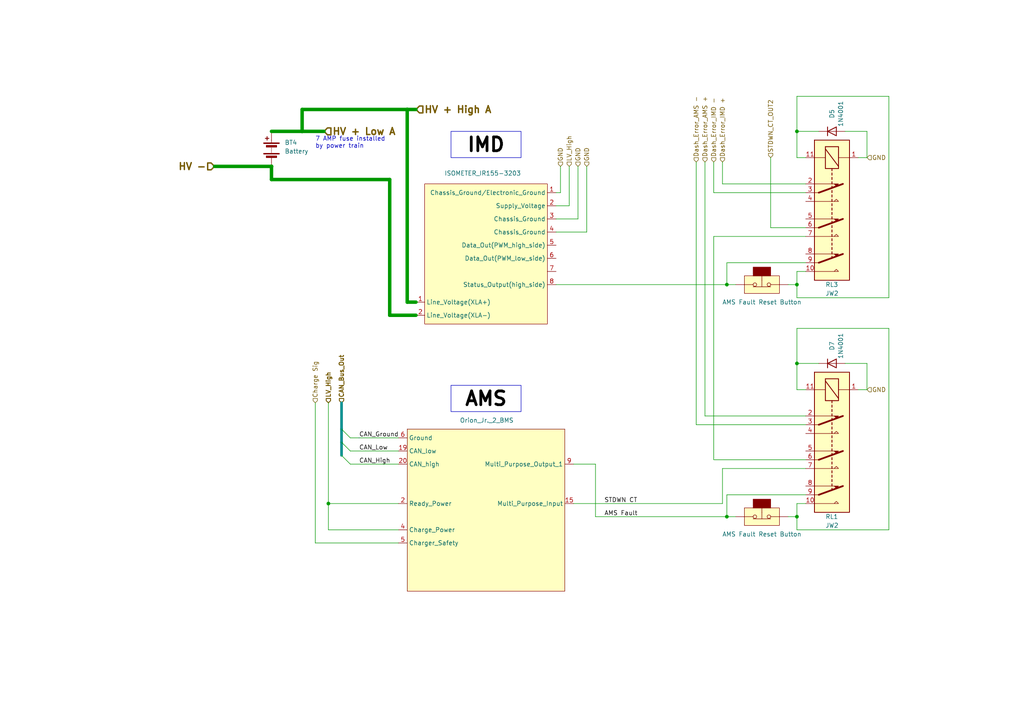
<source format=kicad_sch>
(kicad_sch (version 20230121) (generator eeschema)
  (paper "A4")
  (lib_symbols
    (symbol "CamachosSymbols:Safety Switch" (pin_numbers hide) (pin_names (offset 1.016) hide)
      (property "Reference" "SW?" (at 0 7.62 0))
      (property "Value" "Safety Switch" (at 0 6.35 0))
      (symbol "Safety Switch_0_1"
        (rectangle (start -5.08 2.54) (end 5.08 -2.54) (fill (type background)))
        (circle (center -2.032 0) (radius 0.508))
        (polyline (pts (xy -5.08 0) (xy -2.54 0)))
        (polyline (pts (xy -2.54 -0.635) (xy 2.54 -0.635)))
        (polyline (pts (xy 0 -0.635) (xy 0 1.27)))
        (polyline (pts (xy 0 1.27) (xy 0 2.54)))
        (polyline (pts (xy 2.54 0) (xy 5.08 0)))
        (polyline (pts (xy -2.54 2.54) (xy -2.54 5.08) (xy 2.54 5.08) (xy 2.54 2.54) (xy -2.54 2.54)) (fill (type outline)))
        (circle (center 2.032 0) (radius 0.508))
        (pin passive line (at -7.62 0 0) (length 2.54) (name "A") (number "1"))
      )
      (symbol "Safety Switch_1_1"
        (pin passive line (at 7.62 0 180) (length 2.54) (name "B") (number "2"))
      )
    )
    (symbol "Device:Battery" (pin_numbers hide) (pin_names (offset 0) hide)
      (property "Reference" "BT" (at 2.54 2.54 0))
      (property "Value" "Battery" (at 2.54 0 0))
      (symbol "Battery_0_1"
        (rectangle (start -2.286 -1.27) (end 2.286 -1.524) (fill (type outline)))
        (rectangle (start -2.286 1.778) (end 2.286 1.524) (fill (type outline)))
        (rectangle (start -1.524 -2.032) (end 1.524 -2.54) (fill (type outline)))
        (rectangle (start -1.524 1.016) (end 1.524 0.508) (fill (type outline)))
        (polyline (pts (xy 0 -1.016) (xy 0 -0.762)))
        (polyline (pts (xy 0 -0.508) (xy 0 -0.254)))
        (polyline (pts (xy 0 0) (xy 0 0.254)))
        (polyline (pts (xy 0 1.778) (xy 0 2.54)))
        (polyline (pts (xy 0.762 3.048) (xy 1.778 3.048)) (stroke (width 0.254)))
        (polyline (pts (xy 1.27 3.556) (xy 1.27 2.54)) (stroke (width 0.254)))
      )
      (symbol "Battery_1_1"
        (pin passive line (at 0 5.08 270) (length 2.54) (name "+") (number "1"))
        (pin passive line (at 0 -5.08 90) (length 2.54) (name "-") (number "2"))
      )
    )
    (symbol "Diode:1N4001" (pin_numbers hide) (pin_names hide)
      (property "Reference" "D" (at 0 2.54 0))
      (property "Value" "1N4001" (at 0 -2.54 0))
      (symbol "1N4001_0_1"
        (polyline (pts (xy -1.27 1.27) (xy -1.27 -1.27)) (stroke (width 0.254)))
        (polyline (pts (xy 1.27 0) (xy -1.27 0)))
        (polyline (pts (xy 1.27 1.27) (xy 1.27 -1.27) (xy -1.27 0) (xy 1.27 1.27)) (stroke (width 0.254)))
      )
      (symbol "1N4001_1_1"
        (pin passive line (at -3.81 0 0) (length 2.54) (name "K") (number "1"))
        (pin passive line (at 3.81 0 180) (length 2.54) (name "A") (number "2"))
      )
    )
    (symbol "JW2_2"
      (property "Reference" "RL1" (at -1.905 -24.13 0))
      (property "Value" "JW2" (at -1.905 -26.67 0))
      (symbol "JW2_2_0_1"
        (rectangle (start -5.08 17.78) (end 5.08 -22.86) (stroke (width 0.254)) (fill (type background)))
        (polyline (pts (xy -5.08 12.7) (xy -1.905 12.7)))
        (polyline (pts (xy -3.81 -17.78) (xy -5.08 -17.78)))
        (polyline (pts (xy -3.81 -17.78) (xy 3.175 -15.24)) (stroke (width 0.508)))
        (polyline (pts (xy -3.81 -7.62) (xy -5.08 -7.62)))
        (polyline (pts (xy -3.81 -7.62) (xy 3.175 -5.08)) (stroke (width 0.508)))
        (polyline (pts (xy -3.81 2.54) (xy -5.08 2.54)))
        (polyline (pts (xy -3.81 2.54) (xy 3.175 5.08)) (stroke (width 0.508)))
        (polyline (pts (xy -1.905 15.24) (xy 1.905 10.16)) (stroke (width 0.254)))
        (polyline (pts (xy 0 -15.875) (xy 0 -16.51)) (stroke (width 0.254)))
        (polyline (pts (xy 0 -14.605) (xy 0 -15.24)) (stroke (width 0.254)))
        (polyline (pts (xy 0 -13.335) (xy 0 -13.97)) (stroke (width 0.254)))
        (polyline (pts (xy 0 -12.065) (xy 0 -12.7)) (stroke (width 0.254)))
        (polyline (pts (xy 0 -10.795) (xy 0 -11.43)) (stroke (width 0.254)))
        (polyline (pts (xy 0 -9.525) (xy 0 -10.16)) (stroke (width 0.254)))
        (polyline (pts (xy 0 -8.255) (xy 0 -8.89)) (stroke (width 0.254)))
        (polyline (pts (xy 0 -6.985) (xy 0 -7.62)) (stroke (width 0.254)))
        (polyline (pts (xy 0 -5.715) (xy 0 -6.35)) (stroke (width 0.254)))
        (polyline (pts (xy 0 -4.445) (xy 0 -5.08)) (stroke (width 0.254)))
        (polyline (pts (xy 0 -3.175) (xy 0 -3.81)) (stroke (width 0.254)))
        (polyline (pts (xy 0 -1.905) (xy 0 -2.54)) (stroke (width 0.254)))
        (polyline (pts (xy 0 -0.635) (xy 0 -1.27)) (stroke (width 0.254)))
        (polyline (pts (xy 0 0.635) (xy 0 0)) (stroke (width 0.254)))
        (polyline (pts (xy 0 1.905) (xy 0 1.27)) (stroke (width 0.254)))
        (polyline (pts (xy 0 3.175) (xy 0 2.54)) (stroke (width 0.254)))
        (polyline (pts (xy 0 4.445) (xy 0 3.81)) (stroke (width 0.254)))
        (polyline (pts (xy 0 5.715) (xy 0 5.08)) (stroke (width 0.254)))
        (polyline (pts (xy 0 6.985) (xy 0 6.35)) (stroke (width 0.254)))
        (polyline (pts (xy 0 8.255) (xy 0 7.62)) (stroke (width 0.254)))
        (polyline (pts (xy 0 9.525) (xy 0 8.89)) (stroke (width 0.254)))
        (polyline (pts (xy 5.08 12.7) (xy 1.905 12.7)))
        (polyline (pts (xy -5.08 -20.32) (xy 1.905 -20.32) (xy 1.27 -19.685) (xy 0.635 -20.32)))
        (polyline (pts (xy -5.08 -15.24) (xy 1.905 -15.24) (xy 1.27 -15.875) (xy 0.635 -15.24)) (fill (type outline)))
        (polyline (pts (xy -5.08 -10.16) (xy 1.905 -10.16) (xy 1.27 -9.525) (xy 0.635 -10.16)))
        (polyline (pts (xy -5.08 -5.08) (xy 1.905 -5.08) (xy 1.27 -5.715) (xy 0.635 -5.08)) (fill (type outline)))
        (polyline (pts (xy -5.08 0) (xy 1.905 0) (xy 1.27 0.635) (xy 0.635 0)))
        (polyline (pts (xy -5.08 5.08) (xy 1.905 5.08) (xy 1.27 4.445) (xy 0.635 5.08)) (fill (type outline)))
        (rectangle (start 1.905 15.875) (end -1.905 9.525) (stroke (width 0.254)))
      )
      (symbol "JW2_2_1_1"
        (pin passive line (at 7.62 12.7 180) (length 2.54) (name "~") (number "1"))
        (pin output line (at -7.62 -20.32 0) (length 2.54) (name "~") (number "10"))
        (pin passive line (at -7.62 12.7 0) (length 2.54) (name "~") (number "11"))
        (pin output line (at -7.62 5.08 0) (length 2.54) (name "~") (number "2"))
        (pin input line (at -7.62 2.54 0) (length 2.54) (name "~") (number "3"))
        (pin output line (at -7.62 0 0) (length 2.54) (name "~") (number "4"))
        (pin output line (at -7.62 -5.08 0) (length 2.54) (name "~") (number "5"))
        (pin input line (at -7.62 -7.62 0) (length 2.54) (name "~") (number "6"))
        (pin output line (at -7.62 -10.16 0) (length 2.54) (name "~") (number "7"))
        (pin output line (at -7.62 -15.24 0) (length 2.54) (name "~") (number "8"))
        (pin input line (at -7.62 -17.78 0) (length 2.54) (name "~") (number "9"))
      )
    )
    (symbol "Sevcon_Gen4_Size6_1"
      (property "Value" "ISOMETER_IR155-3203" (at 10.16 17.78 0))
      (symbol "Sevcon_Gen4_Size6_1_0_1"
        (rectangle (start -17.78 13.97) (end 17.78 -26.67) (fill (type background)))
      )
      (symbol "Sevcon_Gen4_Size6_1_1_1"
        (pin passive line (at 20.32 11.43 180) (length 2.54) (name "Chassis_Ground/Electronic_Ground") (number "1"))
        (pin passive line (at -20.32 -20.32 0) (length 2.54) (name "Line_Voltage(XLA+)") (number "1"))
        (pin passive line (at -20.32 -24.13 0) (length 2.54) (name "Line_Voltage(XLA-)") (number "2"))
        (pin passive line (at 20.32 7.62 180) (length 2.54) (name "Supply_Voltage") (number "2"))
        (pin passive line (at 20.32 3.81 180) (length 2.54) (name "Chassis_Ground") (number "3"))
        (pin passive line (at 20.32 0 180) (length 2.54) (name "Chassis_Ground") (number "4"))
        (pin passive line (at 20.32 -3.81 180) (length 2.54) (name "Data_Out(PWM_high_side)") (number "5"))
        (pin passive line (at 20.32 -7.62 180) (length 2.54) (name "Data_Out(PWM_low_side)") (number "6"))
        (pin passive line (at 20.32 -11.43 180) (length 2.54) (name "") (number "7"))
        (pin passive line (at 20.32 -15.24 180) (length 2.54) (name "Status_Output(high_side)") (number "8"))
      )
    )
    (symbol "Sevcon_Gen4_Size6_2"
      (property "Value" "Orion_Jr._2_BMS" (at 7.62 17.78 0))
      (symbol "Sevcon_Gen4_Size6_2_0_1"
        (rectangle (start -22.86 15.24) (end 22.86 -31.75) (fill (type background)))
      )
      (symbol "Sevcon_Gen4_Size6_2_1_1"
        (pin passive line (at 25.4 -2.54 180) (length 2.54) hide (name "Charge_Enable") (number "1"))
        (pin passive line (at -25.4 1.27 0) (length 2.54) hide (name "Therm_1") (number "10"))
        (pin passive line (at 25.4 -21.59 180) (length 2.54) hide (name "State_of_Charge(0-5V)") (number "11"))
        (pin passive line (at -25.4 -2.54 0) (length 2.54) hide (name "Therm_2") (number "12"))
        (pin passive line (at 25.4 -25.4 180) (length 2.54) hide (name "Charge_Current_Lim(0-5V)") (number "13"))
        (pin passive line (at 25.4 -29.21 180) (length 2.54) hide (name "Discharge_Current_Lim(0-5V)") (number "14"))
        (pin input line (at -25.4 -6.35 0) (length 2.54) (name "Multi_Purpose_Input") (number "15"))
        (pin passive line (at -25.4 -10.16 0) (length 2.54) hide (name "Therm_3") (number "16"))
        (pin passive line (at -25.4 -13.97 0) (length 2.54) hide (name "Multi_Purpose_Output_2") (number "17"))
        (pin passive line (at -25.4 -17.78 0) (length 2.54) hide (name "") (number "18"))
        (pin bidirectional line (at 25.4 8.89 180) (length 2.54) (name "CAN_low") (number "19"))
        (pin input line (at 25.4 -6.35 180) (length 2.54) (name "Ready_Power") (number "2"))
        (pin bidirectional line (at 25.4 5.08 180) (length 2.54) (name "CAN_high") (number "20"))
        (pin passive line (at 25.4 -10.16 180) (length 2.54) hide (name "Discharge_Enable") (number "3"))
        (pin input line (at 25.4 -13.97 180) (length 2.54) (name "Charge_Power") (number "4"))
        (pin output line (at 25.4 -17.78 180) (length 2.54) (name "Charger_Safety") (number "5"))
        (pin input line (at 25.4 12.7 180) (length 2.54) (name "Ground") (number "6"))
        (pin passive line (at -25.4 12.7 0) (length 2.54) hide (name "Multi_Purpose_Enable") (number "7"))
        (pin passive line (at -25.4 8.89 0) (length 2.54) hide (name "Therm_Ground") (number "8"))
        (pin output line (at -25.4 5.08 0) (length 2.54) (name "Multi_Purpose_Output_1") (number "9"))
      )
    )
  )
  (junction (at 118.11 31.75))
  (junction (at 87.63 38.1))
  (junction (at 210.82 82.55))
  (junction (at 231.14 82.55))
  (junction (at 210.82 149.86))
  (junction (at 95.25 146.05))
  (junction (at 78.74 48.26))
  (junction (at 231.14 149.86))
  (junction (at 231.14 105.41))
  (junction (at 231.14 38.1))
  (bus_entry (at 101.6 127) (size -2.54 -2.54))
  (bus_entry (at 101.6 130.81) (size -2.54 -2.54))
  (bus_entry (at 101.6 134.62) (size -2.54 -2.54))
  (wire (pts (xy 231.14 82.55) (xy 231.14 86.36)))
  (wire (pts (xy 162.56 55.88) (xy 162.56 48.26)))
  (wire (pts (xy 210.82 143.51) (xy 233.68 143.51)))
  (bus (pts (xy 99.06 128.27) (xy 99.06 132.08)) (stroke (width 0.75) (color 0 132 132 1)))
  (wire (pts (xy 207.01 68.58) (xy 233.68 68.58)))
  (wire (pts (xy 207.01 55.88) (xy 233.68 55.88)))
  (wire (pts (xy 91.44 157.48) (xy 91.44 116.84)))
  (wire (pts (xy 120.65 87.63) (xy 118.11 87.63)) (stroke (width 1)))
  (wire (pts (xy 228.6 82.55) (xy 231.14 82.55)))
  (wire (pts (xy 87.63 31.75) (xy 118.11 31.75)) (stroke (width 1)))
  (wire (pts (xy 113.03 52.07) (xy 78.74 52.07)) (stroke (width 1)))
  (wire (pts (xy 233.68 78.74) (xy 231.14 78.74)))
  (wire (pts (xy 161.29 63.5) (xy 167.64 63.5)))
  (wire (pts (xy 87.63 38.1) (xy 87.63 31.75)) (stroke (width 1)))
  (wire (pts (xy 231.14 153.67) (xy 257.81 153.67)))
  (wire (pts (xy 118.11 87.63) (xy 118.11 31.75)) (stroke (width 1)))
  (wire (pts (xy 201.93 46.99) (xy 201.93 123.19)))
  (wire (pts (xy 101.6 134.62) (xy 115.57 134.62)))
  (wire (pts (xy 210.82 76.2) (xy 233.68 76.2)))
  (wire (pts (xy 231.14 27.94) (xy 257.81 27.94)))
  (wire (pts (xy 207.01 68.58) (xy 207.01 133.35)))
  (wire (pts (xy 233.68 146.05) (xy 231.14 146.05)))
  (wire (pts (xy 170.18 48.26) (xy 170.18 67.31)))
  (wire (pts (xy 231.14 45.72) (xy 233.68 45.72)))
  (wire (pts (xy 167.64 48.26) (xy 167.64 63.5)))
  (wire (pts (xy 161.29 67.31) (xy 170.18 67.31)))
  (wire (pts (xy 166.37 134.62) (xy 172.72 134.62)))
  (wire (pts (xy 231.14 38.1) (xy 231.14 27.94)))
  (wire (pts (xy 210.82 82.55) (xy 213.36 82.55)))
  (wire (pts (xy 210.82 76.2) (xy 210.82 82.55)))
  (wire (pts (xy 231.14 38.1) (xy 231.14 45.72)))
  (wire (pts (xy 231.14 146.05) (xy 231.14 149.86)))
  (wire (pts (xy 223.52 66.04) (xy 233.68 66.04)))
  (wire (pts (xy 101.6 127) (xy 115.57 127)))
  (wire (pts (xy 95.25 146.05) (xy 115.57 146.05)))
  (wire (pts (xy 248.92 45.72) (xy 251.46 45.72)))
  (wire (pts (xy 231.14 105.41) (xy 231.14 95.25)))
  (wire (pts (xy 248.92 113.03) (xy 251.46 113.03)))
  (wire (pts (xy 231.14 105.41) (xy 237.49 105.41)))
  (bus (pts (xy 99.06 116.84) (xy 99.06 124.46)) (stroke (width 0.75) (color 0 132 132 1)))
  (wire (pts (xy 161.29 59.69) (xy 165.1 59.69)))
  (wire (pts (xy 207.01 133.35) (xy 233.68 133.35)))
  (wire (pts (xy 95.25 146.05) (xy 95.25 153.67)))
  (wire (pts (xy 207.01 46.99) (xy 207.01 55.88)))
  (wire (pts (xy 95.25 153.67) (xy 115.57 153.67)))
  (wire (pts (xy 251.46 45.72) (xy 251.46 38.1)))
  (wire (pts (xy 172.72 134.62) (xy 172.72 149.86)))
  (wire (pts (xy 223.52 45.72) (xy 223.52 66.04)))
  (wire (pts (xy 166.37 146.05) (xy 209.55 146.05)))
  (wire (pts (xy 161.29 82.55) (xy 210.82 82.55)))
  (wire (pts (xy 231.14 86.36) (xy 257.81 86.36)))
  (wire (pts (xy 204.47 120.65) (xy 233.68 120.65)))
  (wire (pts (xy 231.14 38.1) (xy 237.49 38.1)))
  (wire (pts (xy 113.03 52.07) (xy 113.03 91.44)) (stroke (width 1)))
  (wire (pts (xy 245.11 38.1) (xy 251.46 38.1)))
  (wire (pts (xy 204.47 46.99) (xy 204.47 120.65)))
  (bus (pts (xy 99.06 124.46) (xy 99.06 128.27)) (stroke (width 0.75) (color 0 132 132 1)))
  (wire (pts (xy 209.55 135.89) (xy 233.68 135.89)))
  (wire (pts (xy 209.55 53.34) (xy 233.68 53.34)))
  (wire (pts (xy 257.81 27.94) (xy 257.81 86.36)))
  (wire (pts (xy 209.55 146.05) (xy 209.55 135.89)))
  (wire (pts (xy 231.14 95.25) (xy 257.81 95.25)))
  (wire (pts (xy 78.74 52.07) (xy 78.74 48.26)) (stroke (width 1)))
  (wire (pts (xy 209.55 46.99) (xy 209.55 53.34)))
  (wire (pts (xy 91.44 157.48) (xy 115.57 157.48)))
  (wire (pts (xy 161.29 55.88) (xy 162.56 55.88)))
  (wire (pts (xy 118.11 31.75) (xy 120.65 31.75)) (stroke (width 1)))
  (wire (pts (xy 101.6 130.81) (xy 115.57 130.81)))
  (wire (pts (xy 95.25 116.84) (xy 95.25 146.05)))
  (wire (pts (xy 165.1 48.26) (xy 165.1 59.69)))
  (wire (pts (xy 245.11 105.41) (xy 251.46 105.41)))
  (wire (pts (xy 201.93 123.19) (xy 233.68 123.19)))
  (wire (pts (xy 120.65 91.44) (xy 113.03 91.44)) (stroke (width 1)))
  (wire (pts (xy 257.81 95.25) (xy 257.81 153.67)))
  (wire (pts (xy 78.74 38.1) (xy 87.63 38.1)) (stroke (width 1)))
  (wire (pts (xy 87.63 38.1) (xy 93.98 38.1)) (stroke (width 1)))
  (wire (pts (xy 172.72 149.86) (xy 210.82 149.86)))
  (wire (pts (xy 210.82 143.51) (xy 210.82 149.86)))
  (wire (pts (xy 210.82 149.86) (xy 213.36 149.86)))
  (wire (pts (xy 231.14 105.41) (xy 231.14 113.03)))
  (wire (pts (xy 78.74 48.26) (xy 62.23 48.26)) (stroke (width 1)))
  (wire (pts (xy 231.14 113.03) (xy 233.68 113.03)))
  (wire (pts (xy 231.14 149.86) (xy 231.14 153.67)))
  (wire (pts (xy 251.46 113.03) (xy 251.46 105.41)))
  (wire (pts (xy 228.6 149.86) (xy 231.14 149.86)))
  (wire (pts (xy 231.14 78.74) (xy 231.14 82.55)))
  (rectangle (start 104.14 127) (end 104.14 127))
  (text_box "AMS" (at 130.81 111.76 0) (size 20.32 7.62) (effects (font (size 4 4) (thickness 0.8) bold)))
  (text_box "IMD" (at 130.81 38.1 0) (size 20.32 7.62) (effects (font (size 4 4) (thickness 0.8) bold)))
  (text "7 AMP fuse installed\nby power train" (at 91.44 43.18 0) (effects (font (size 1.27 1.27)) (justify left bottom)))
  (label "CAN_Ground" (at 104.14 127 0))
  (label "CAN_Low" (at 104.14 130.81 0))
  (label "AMS Fault" (at 175.26 149.86 0))
  (label "CAN_High" (at 104.14 134.62 0))
  (label "STDWN CT" (at 175.26 146.05 0))
  (hierarchical_label "Charge Sig" (shape input) (at 91.44 116.84 90))
  (hierarchical_label "HV -" (shape input) (at 62.23 48.26 180) (effects (font (size 2 2) (thickness 0.4) bold)))
  (hierarchical_label "GND" (shape input) (at 162.56 48.26 90))
  (hierarchical_label "CAN_Bus_Out" (shape input) (at 99.06 116.84 90) (effects (font bold)))
  (hierarchical_label "Dash_Error_IMD +" (shape input) (at 209.55 46.99 90))
  (hierarchical_label "Dash_Error_IMD -" (shape input) (at 207.01 46.99 90))
  (hierarchical_label "GND" (shape input) (at 170.18 48.26 90))
  (hierarchical_label "GND" (shape input) (at 251.46 113.03 0))
  (hierarchical_label "GND" (shape input) (at 167.64 48.26 90))
  (hierarchical_label "GND" (shape input) (at 251.46 45.72 0))
  (hierarchical_label "Dash_Error_AMS +" (shape input) (at 204.47 46.99 90))
  (hierarchical_label "LV_High" (shape input) (at 95.25 116.84 90) (effects (font (thickness 0.254) bold)))
  (hierarchical_label "LV_High" (shape input) (at 165.1 48.26 90))
  (hierarchical_label "Dash_Error_AMS -" (shape input) (at 201.93 46.99 90))
  (hierarchical_label "HV + High A" (shape input) (at 120.65 31.75 0) (effects (font (size 2 2) (thickness 0.4) bold)))
  (hierarchical_label "STDWN_CT_OUT2" (shape input) (at 223.52 45.72 90))
  (hierarchical_label "HV + Low A" (shape input) (at 93.98 38.1 0) (effects (font (size 2 2) (thickness 0.4) bold)))
  (symbol (lib_id "CamachosSymbols:Safety Switch") (at 220.98 82.55 0) (unit 1)
    (property "Reference" "SW?" (effects hide))
    (property "Value" "AMS Fault Reset Button" (at 220.98 87.63 0))
    (instances (project "Car_TractiveSystem_v2" (path "" (reference "SW?") (unit 1)) (path "" (reference "SW11") (unit 1))))
  )
  (symbol (lib_name "Sevcon_Gen4_Size6_1") (lib_id "CamachosSymbols:Sevcon_Gen4_Size6") (at 140.97 67.31 0) (unit 1)
    (property "Reference" "U?" (effects hide))
    (property "Value" "ISOMETER_IR155-3203" (at 151.13 49.53 0) (effects (justify right top)))
    (instances (project "Car_TractiveSystem_v2" (path "" (reference "U?") (unit 1)) (path "" (reference "U13") (unit 1))))
  )
  (symbol (lib_name "JW2_2") (lib_id "Relay:JW2") (at 241.3 58.42 0) (unit 1)
    (property "Reference" "RL3" (at 239.395 82.55 0) (effects (justify left)))
    (property "Value" "JW2" (at 239.395 85.09 0) (effects (justify left)))
    (property "Footprint" "Relay_THT:Relay_DPDT_Panasonic_JW2" (effects hide))
    (property "Datasheet" "http://www3.panasonic.biz/ac/e_download/control/relay/power/catalog/mech_eng_jw.pdf?via=ok" (effects hide))
  )
  (symbol (lib_name "JW2_2") (lib_id "Relay:JW2") (at 241.3 125.73 0) (unit 1)
    (property "Reference" "RL1" (at 239.395 149.86 0) (effects (justify left)))
    (property "Value" "JW2" (at 239.395 152.4 0) (effects (justify left)))
    (property "Footprint" "Relay_THT:Relay_DPDT_Panasonic_JW2" (effects hide))
    (property "Datasheet" "http://www3.panasonic.biz/ac/e_download/control/relay/power/catalog/mech_eng_jw.pdf?via=ok" (effects hide))
  )
  (symbol (lib_id "Diode:1N4001") (at 241.3 38.1 0) (unit 1)
    (property "Reference" "D5" (at 241.3 33.02 90))
    (property "Value" "1N4001" (at 243.84 33.02 90))
    (property "Footprint" "Diode_THT:D_DO-41_SOD81_P10.16mm_Horizontal" (effects hide))
    (property "Datasheet" "http://www.vishay.com/docs/88503/1n4001.pdf" (effects hide))
    (property "Sim.Device" "D" (effects hide))
    (property "Sim.Pins" "1=K 2=A" (effects hide))
  )
  (symbol (lib_id "CamachosSymbols:Safety Switch") (at 220.98 149.86 0) (unit 1)
    (property "Reference" "SW?" (effects hide))
    (property "Value" "AMS Fault Reset Button" (at 220.98 154.94 0))
    (instances (project "Car_TractiveSystem_v2" (path "" (reference "SW?") (unit 1)) (path "" (reference "SW10") (unit 1))))
  )
  (symbol (lib_id "Device:Battery") (at 78.74 43.18 0) (mirror y) (unit 1)
    (property "Reference" "BT4" (at 82.55 41.3385 0) (effects (justify right)))
    (property "Value" "Battery" (at 82.55 43.8785 0) (effects (justify right)))
  )
  (symbol (lib_id "Diode:1N4001") (at 241.3 105.41 0) (unit 1)
    (property "Reference" "D7" (at 241.3 100.33 90))
    (property "Value" "1N4001" (at 243.84 100.33 90))
    (property "Footprint" "Diode_THT:D_DO-41_SOD81_P10.16mm_Horizontal" (effects hide))
    (property "Datasheet" "http://www.vishay.com/docs/88503/1n4001.pdf" (effects hide))
    (property "Sim.Device" "D" (effects hide))
    (property "Sim.Pins" "1=K 2=A" (effects hide))
  )
  (symbol (lib_name "Sevcon_Gen4_Size6_2") (lib_id "CamachosSymbols:Sevcon_Gen4_Size6") (at 140.97 139.7 0) (mirror y) (unit 1)
    (property "Reference" "U?" (effects hide))
    (property "Value" "Orion_Jr._2_BMS" (at 133.35 121.92 0) (effects (justify right)))
    (instances (project "Car_TractiveSystem_v2" (path "" (reference "U?") (unit 1)) (path "" (reference "U5") (unit 1)) (path "" (reference "U3") (unit 1))))
  )
)
</source>
